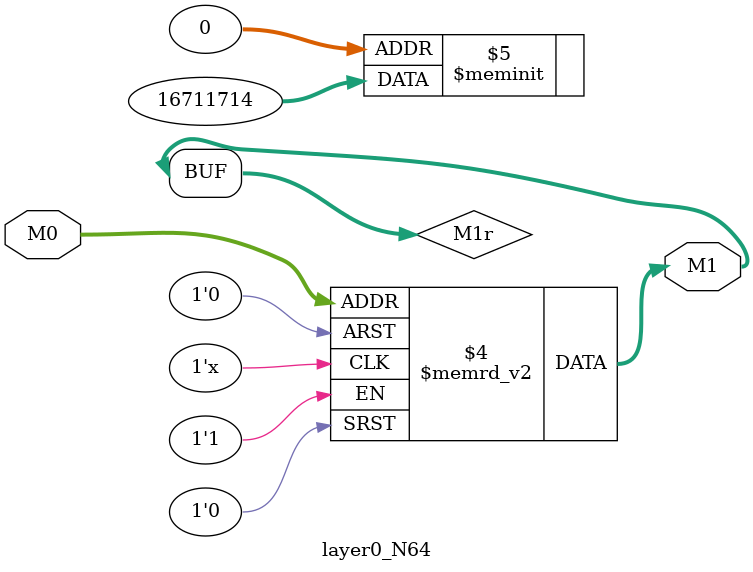
<source format=v>
module layer0_N64 ( input [3:0] M0, output [1:0] M1 );

	(*rom_style = "distributed" *) reg [1:0] M1r;
	assign M1 = M1r;
	always @ (M0) begin
		case (M0)
			4'b0000: M1r = 2'b10;
			4'b1000: M1r = 2'b11;
			4'b0100: M1r = 2'b00;
			4'b1100: M1r = 2'b00;
			4'b0010: M1r = 2'b10;
			4'b1010: M1r = 2'b11;
			4'b0110: M1r = 2'b00;
			4'b1110: M1r = 2'b00;
			4'b0001: M1r = 2'b00;
			4'b1001: M1r = 2'b11;
			4'b0101: M1r = 2'b00;
			4'b1101: M1r = 2'b00;
			4'b0011: M1r = 2'b00;
			4'b1011: M1r = 2'b11;
			4'b0111: M1r = 2'b00;
			4'b1111: M1r = 2'b00;

		endcase
	end
endmodule

</source>
